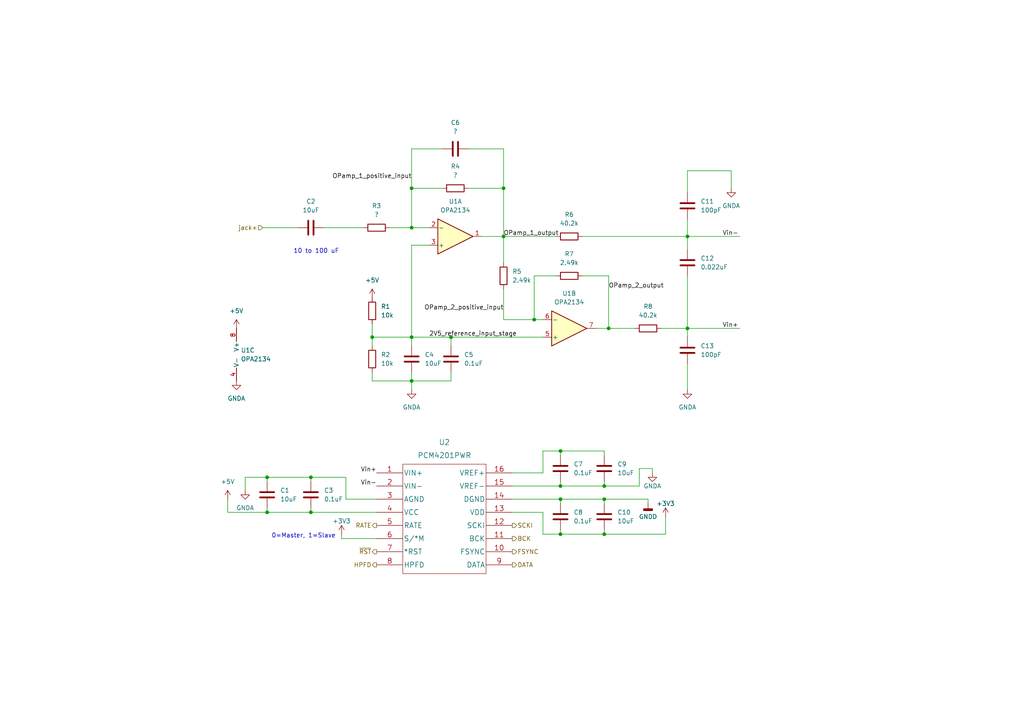
<source format=kicad_sch>
(kicad_sch (version 20211123) (generator eeschema)
  (paper "A4")
  (lib_symbols
    (symbol "ADC:PCM4201PWR" (pin_names (offset 0.254))
      (property "Reference" "U" (at 20.32 17.78 0))
      (property "Value" "PCM4201PWR" (at 20.32 15.24 0))
      (symbol "PCM4201PWR_1_1"
        (polyline (pts (xy 7.62 -20.32) (xy 31.75 -20.32)) (stroke (width 0.127)))
        (polyline (pts (xy 7.62 11.43) (xy 7.62 -20.32)) (stroke (width 0.127)))
        (polyline (pts (xy 31.75 -20.32) (xy 31.75 11.43)) (stroke (width 0.127)))
        (polyline (pts (xy 31.75 11.43) (xy 7.62 11.43)) (stroke (width 0.127)))
        (pin input line (at 0 8.89 0) (length 7.62) (name "VIN+") (number "1"))
        (pin bidirectional line (at 39.37 -13.97 180) (length 7.62) (name "FSYNC") (number "10"))
        (pin bidirectional line (at 39.37 -10.16 180) (length 7.62) (name "BCK") (number "11"))
        (pin input line (at 39.37 -6.35 180) (length 7.62) (name "SCKI") (number "12"))
        (pin power_in line (at 39.37 -2.54 180) (length 7.62) (name "VDD") (number "13"))
        (pin power_in line (at 39.37 1.27 180) (length 7.62) (name "DGND") (number "14"))
        (pin power_in line (at 39.37 5.08 180) (length 7.62) (name "VREF-") (number "15"))
        (pin power_in line (at 39.37 8.89 180) (length 7.62) (name "VREF+") (number "16"))
        (pin input line (at 0 5.08 0) (length 7.62) (name "VIN-") (number "2"))
        (pin power_in line (at 0 1.27 0) (length 7.62) (name "AGND") (number "3"))
        (pin power_in line (at 0 -2.54 0) (length 7.62) (name "VCC") (number "4"))
        (pin input line (at 0 -6.35 0) (length 7.62) (name "RATE") (number "5"))
        (pin input line (at 0 -10.16 0) (length 7.62) (name "S/*M") (number "6"))
        (pin input line (at 0 -13.97 0) (length 7.62) (name "*RST") (number "7"))
        (pin input line (at 0 -17.78 0) (length 7.62) (name "HPFD") (number "8"))
        (pin output line (at 39.37 -17.78 180) (length 7.62) (name "DATA") (number "9"))
      )
    )
    (symbol "Capacitors:C" (pin_numbers hide) (pin_names (offset 0.254))
      (property "Reference" "C" (at 0.635 2.54 0))
      (property "Value" "C" (at 0.635 -2.54 0))
      (symbol "C_0_1"
        (polyline (pts (xy -2.032 -0.762) (xy 2.032 -0.762)) (stroke (width 0.508)))
        (polyline (pts (xy -2.032 0.762) (xy 2.032 0.762)) (stroke (width 0.508)))
      )
      (symbol "C_1_1"
        (pin passive line (at 0 3.81 270) (length 2.794) (name "~") (number "1"))
        (pin passive line (at 0 -3.81 90) (length 2.794) (name "~") (number "2"))
      )
    )
    (symbol "OpAmp:OPA2134" (pin_names (offset 0.127))
      (property "Reference" "U" (at 0 5.08 0))
      (property "Value" "OPA2134" (at 0 -5.08 0))
      (symbol "OPA2134_1_1"
        (polyline (pts (xy -5.08 5.08) (xy 5.08 0) (xy -5.08 -5.08) (xy -5.08 5.08)) (stroke (width 0.254)) (fill (type background)))
        (pin output line (at 7.62 0 180) (length 2.54) (name "~") (number "1"))
        (pin input line (at -7.62 -2.54 0) (length 2.54) (name "-") (number "2"))
        (pin input line (at -7.62 2.54 0) (length 2.54) (name "+") (number "3"))
      )
      (symbol "OPA2134_2_1"
        (polyline (pts (xy -5.08 5.08) (xy 5.08 0) (xy -5.08 -5.08) (xy -5.08 5.08)) (stroke (width 0.254)) (fill (type background)))
        (pin input line (at -7.62 2.54 0) (length 2.54) (name "+") (number "5"))
        (pin input line (at -7.62 -2.54 0) (length 2.54) (name "-") (number "6"))
        (pin output line (at 7.62 0 180) (length 2.54) (name "~") (number "7"))
      )
      (symbol "OPA2134_3_1"
        (pin power_in line (at -2.54 -7.62 90) (length 3.81) (name "V-") (number "4"))
        (pin power_in line (at -2.54 7.62 270) (length 3.81) (name "V+") (number "8"))
      )
    )
    (symbol "Resistors:R" (pin_numbers hide) (pin_names (offset 0))
      (property "Reference" "R" (at 2.032 0 90))
      (property "Value" "R" (at 0 0 90))
      (symbol "R_0_1"
        (rectangle (start -1.016 -2.54) (end 1.016 2.54) (stroke (width 0.254)))
      )
      (symbol "R_1_1"
        (pin passive line (at 0 3.81 270) (length 1.27) (name "~") (number "1"))
        (pin passive line (at 0 -3.81 90) (length 1.27) (name "~") (number "2"))
      )
    )
    (symbol "Sources:+3.3V" (power) (pin_names (offset 0))
      (property "Value" "+3.3V" (at 0 3.556 0))
      (symbol "+3.3V_0_1"
        (polyline (pts (xy -0.762 1.27) (xy 0 2.54)))
        (polyline (pts (xy 0 0) (xy 0 2.54)))
        (polyline (pts (xy 0 2.54) (xy 0.762 1.27)))
      )
      (symbol "+3.3V_1_1"
        (pin power_in line (at 0 0 90) (length 0) hide (name "+3V3") (number "1"))
      )
    )
    (symbol "Sources:+5V" (power) (pin_names (offset 0))
      (property "Value" "+5V" (at 0 3.556 0))
      (symbol "+5V_0_1"
        (polyline (pts (xy -0.762 1.27) (xy 0 2.54)))
        (polyline (pts (xy 0 0) (xy 0 2.54)))
        (polyline (pts (xy 0 2.54) (xy 0.762 1.27)))
      )
      (symbol "+5V_1_1"
        (pin power_in line (at 0 0 90) (length 0) hide (name "+5V") (number "1"))
      )
    )
    (symbol "power:GNDA" (power) (pin_names (offset 0))
      (property "Value" "GNDA" (at 0 -3.81 0))
      (symbol "GNDA_0_1"
        (polyline (pts (xy 0 0) (xy 0 -1.27) (xy 1.27 -1.27) (xy 0 -2.54) (xy -1.27 -1.27) (xy 0 -1.27)))
      )
      (symbol "GNDA_1_1"
        (pin power_in line (at 0 0 270) (length 0) hide (name "GNDA") (number "1"))
      )
    )
    (symbol "power:GNDD" (power) (pin_names (offset 0))
      (property "Value" "GNDD" (at 0 -3.175 0))
      (symbol "GNDD_0_1"
        (rectangle (start -1.27 -1.524) (end 1.27 -2.032) (stroke (width 0.254)) (fill (type outline)))
        (polyline (pts (xy 0 0) (xy 0 -1.524)))
      )
      (symbol "GNDD_1_1"
        (pin power_in line (at 0 0 270) (length 0) hide (name "GNDD") (number "1"))
      )
    )
  )
  (junction (at 119.38 54.61))
  (junction (at 162.56 154.94))
  (junction (at 199.39 95.25))
  (junction (at 199.39 68.58))
  (junction (at 175.26 144.78))
  (junction (at 90.17 138.43))
  (junction (at 119.38 97.79))
  (junction (at 162.56 140.97))
  (junction (at 119.38 110.49))
  (junction (at 146.05 54.61))
  (junction (at 130.81 97.79))
  (junction (at 176.53 95.25))
  (junction (at 162.56 144.78))
  (junction (at 146.05 68.58))
  (junction (at 107.95 97.79))
  (junction (at 77.47 138.43))
  (junction (at 90.17 148.59))
  (junction (at 175.26 140.97))
  (junction (at 175.26 154.94))
  (junction (at 77.47 148.59))
  (junction (at 154.94 92.71))
  (junction (at 162.56 130.81))
  (junction (at 119.38 66.04))
  (wire (pts (xy 176.53 80.01) (xy 176.53 95.25)))
  (wire (pts (xy 162.56 130.81) (xy 162.56 132.08)))
  (wire (pts (xy 119.38 110.49) (xy 130.81 110.49)))
  (wire (pts (xy 119.38 66.04) (xy 124.46 66.04)))
  (wire (pts (xy 148.59 137.16) (xy 157.48 137.16)))
  (wire (pts (xy 135.89 43.18) (xy 146.05 43.18)))
  (wire (pts (xy 199.39 68.58) (xy 199.39 72.39)))
  (wire (pts (xy 162.56 140.97) (xy 175.26 140.97)))
  (wire (pts (xy 107.95 97.79) (xy 107.95 93.98)))
  (wire (pts (xy 148.59 148.59) (xy 157.48 148.59)))
  (wire (pts (xy 162.56 154.94) (xy 175.26 154.94)))
  (wire (pts (xy 146.05 68.58) (xy 146.05 76.2)))
  (wire (pts (xy 77.47 138.43) (xy 77.47 139.7)))
  (wire (pts (xy 175.26 154.94) (xy 193.04 154.94)))
  (wire (pts (xy 130.81 100.33) (xy 130.81 97.79)))
  (wire (pts (xy 162.56 130.81) (xy 175.26 130.81)))
  (wire (pts (xy 77.47 138.43) (xy 71.12 138.43)))
  (wire (pts (xy 107.95 107.95) (xy 107.95 110.49)))
  (wire (pts (xy 130.81 97.79) (xy 157.48 97.79)))
  (wire (pts (xy 77.47 147.32) (xy 77.47 148.59)))
  (wire (pts (xy 175.26 139.7) (xy 175.26 140.97)))
  (wire (pts (xy 157.48 130.81) (xy 157.48 137.16)))
  (wire (pts (xy 146.05 83.82) (xy 146.05 92.71)))
  (wire (pts (xy 119.38 97.79) (xy 119.38 100.33)))
  (wire (pts (xy 191.77 95.25) (xy 199.39 95.25)))
  (wire (pts (xy 161.29 80.01) (xy 154.94 80.01)))
  (wire (pts (xy 109.22 148.59) (xy 90.17 148.59)))
  (wire (pts (xy 157.48 130.81) (xy 162.56 130.81)))
  (wire (pts (xy 168.91 68.58) (xy 199.39 68.58)))
  (wire (pts (xy 90.17 138.43) (xy 90.17 139.7)))
  (wire (pts (xy 168.91 80.01) (xy 176.53 80.01)))
  (wire (pts (xy 199.39 95.25) (xy 214.63 95.25)))
  (wire (pts (xy 199.39 68.58) (xy 199.39 63.5)))
  (wire (pts (xy 119.38 110.49) (xy 119.38 113.03)))
  (wire (pts (xy 119.38 54.61) (xy 128.27 54.61)))
  (wire (pts (xy 189.23 135.89) (xy 189.23 137.16)))
  (wire (pts (xy 107.95 110.49) (xy 119.38 110.49)))
  (wire (pts (xy 119.38 54.61) (xy 119.38 43.18)))
  (wire (pts (xy 162.56 139.7) (xy 162.56 140.97)))
  (wire (pts (xy 90.17 148.59) (xy 77.47 148.59)))
  (wire (pts (xy 199.39 95.25) (xy 199.39 97.79)))
  (wire (pts (xy 109.22 144.78) (xy 100.33 144.78)))
  (wire (pts (xy 148.59 144.78) (xy 162.56 144.78)))
  (wire (pts (xy 193.04 149.86) (xy 193.04 154.94)))
  (wire (pts (xy 99.06 156.21) (xy 99.06 154.94)))
  (wire (pts (xy 185.42 135.89) (xy 189.23 135.89)))
  (wire (pts (xy 187.96 144.78) (xy 187.96 146.05)))
  (wire (pts (xy 139.7 68.58) (xy 146.05 68.58)))
  (wire (pts (xy 146.05 92.71) (xy 154.94 92.71)))
  (wire (pts (xy 77.47 138.43) (xy 90.17 138.43)))
  (wire (pts (xy 109.22 156.21) (xy 99.06 156.21)))
  (wire (pts (xy 199.39 105.41) (xy 199.39 113.03)))
  (wire (pts (xy 146.05 43.18) (xy 146.05 54.61)))
  (wire (pts (xy 175.26 144.78) (xy 175.26 146.05)))
  (wire (pts (xy 93.98 66.04) (xy 105.41 66.04)))
  (wire (pts (xy 76.2 66.04) (xy 86.36 66.04)))
  (wire (pts (xy 199.39 49.53) (xy 212.09 49.53)))
  (wire (pts (xy 66.04 144.78) (xy 66.04 148.59)))
  (wire (pts (xy 119.38 110.49) (xy 119.38 107.95)))
  (wire (pts (xy 119.38 71.12) (xy 119.38 97.79)))
  (wire (pts (xy 162.56 144.78) (xy 162.56 146.05)))
  (wire (pts (xy 90.17 147.32) (xy 90.17 148.59)))
  (wire (pts (xy 199.39 68.58) (xy 214.63 68.58)))
  (wire (pts (xy 71.12 138.43) (xy 71.12 142.24)))
  (wire (pts (xy 107.95 97.79) (xy 107.95 100.33)))
  (wire (pts (xy 199.39 55.88) (xy 199.39 49.53)))
  (wire (pts (xy 135.89 54.61) (xy 146.05 54.61)))
  (wire (pts (xy 66.04 148.59) (xy 77.47 148.59)))
  (wire (pts (xy 113.03 66.04) (xy 119.38 66.04)))
  (wire (pts (xy 175.26 144.78) (xy 187.96 144.78)))
  (wire (pts (xy 146.05 68.58) (xy 161.29 68.58)))
  (wire (pts (xy 146.05 54.61) (xy 146.05 68.58)))
  (wire (pts (xy 119.38 66.04) (xy 119.38 54.61)))
  (wire (pts (xy 175.26 130.81) (xy 175.26 132.08)))
  (wire (pts (xy 148.59 140.97) (xy 162.56 140.97)))
  (wire (pts (xy 162.56 144.78) (xy 175.26 144.78)))
  (wire (pts (xy 119.38 43.18) (xy 128.27 43.18)))
  (wire (pts (xy 175.26 140.97) (xy 185.42 140.97)))
  (wire (pts (xy 119.38 71.12) (xy 124.46 71.12)))
  (wire (pts (xy 130.81 107.95) (xy 130.81 110.49)))
  (wire (pts (xy 100.33 144.78) (xy 100.33 138.43)))
  (wire (pts (xy 172.72 95.25) (xy 176.53 95.25)))
  (wire (pts (xy 157.48 154.94) (xy 162.56 154.94)))
  (wire (pts (xy 90.17 138.43) (xy 100.33 138.43)))
  (wire (pts (xy 199.39 95.25) (xy 199.39 80.01)))
  (wire (pts (xy 175.26 153.67) (xy 175.26 154.94)))
  (wire (pts (xy 185.42 140.97) (xy 185.42 135.89)))
  (wire (pts (xy 212.09 49.53) (xy 212.09 54.61)))
  (wire (pts (xy 154.94 92.71) (xy 157.48 92.71)))
  (wire (pts (xy 157.48 148.59) (xy 157.48 154.94)))
  (wire (pts (xy 119.38 97.79) (xy 107.95 97.79)))
  (wire (pts (xy 119.38 97.79) (xy 130.81 97.79)))
  (wire (pts (xy 154.94 80.01) (xy 154.94 92.71)))
  (wire (pts (xy 176.53 95.25) (xy 184.15 95.25)))
  (wire (pts (xy 162.56 153.67) (xy 162.56 154.94)))
  (text "0=Master, 1=Slave" (at 78.74 156.21 0) (effects (font (size 1.27 1.27)) (justify left bottom)))
  (text "10 to 100 uF" (at 85.09 73.66 0) (effects (font (size 1.27 1.27)) (justify left bottom)))
  (label "2V5_reference_input_stage" (at 124.46 97.79 0))
  (label "OPamp_1_positive_input" (at 119.38 52.07 180))
  (label "Vin-" (at 209.55 68.58 0))
  (label "Vin+" (at 209.55 95.25 0))
  (label "OPamp_2_positive_input" (at 146.05 90.17 180))
  (label "Vin+" (at 109.22 137.16 180))
  (label "OPamp_1_output" (at 146.05 68.58 0))
  (label "OPamp_2_output" (at 176.53 83.82 0))
  (label "Vin-" (at 109.22 140.97 180))
  (hierarchical_label "FSYNC" (shape output) (at 148.59 160.02 0))
  (hierarchical_label "~{RST}" (shape output) (at 109.22 160.02 180))
  (hierarchical_label "DATA" (shape output) (at 148.59 163.83 0))
  (hierarchical_label "SCKI" (shape output) (at 148.59 152.4 0))
  (hierarchical_label "BCK" (shape output) (at 148.59 156.21 0))
  (hierarchical_label "RATE" (shape output) (at 109.22 152.4 180))
  (hierarchical_label "jack+" (shape input) (at 76.2 66.04 180))
  (hierarchical_label "HPFD" (shape output) (at 109.22 163.83 180))
  (symbol (lib_id "power:GNDD") (at 187.96 146.05 0) (unit 1)
    (property "Reference" "#PWR0101" (effects hide))
    (property "Value" "GNDD" (at 187.96 149.86 0))
  )
  (symbol (lib_id "Resistors:R") (at 107.95 90.17 180) (unit 1)
    (property "Reference" "R1" (at 110.49 88.8999 0) (effects (justify right)))
    (property "Value" "10k" (at 110.49 91.4399 0) (effects (justify right)))
    (property "Footprint" "Resistor_SMD:R_0805_2012Metric" (effects hide))
  )
  (symbol (lib_id "Capacitors:C") (at 132.08 43.18 90) (unit 1)
    (property "Reference" "C6" (at 132.08 35.56 90))
    (property "Value" "?" (at 132.08 38.1 90))
    (property "Footprint" "Capacitor_SMD:C_0805_2012Metric" (effects hide))
  )
  (symbol (lib_id "Capacitors:C") (at 162.56 149.86 0) (unit 1)
    (property "Reference" "C8" (at 166.37 148.5899 0) (effects (justify left)))
    (property "Value" "0.1uF" (at 166.37 151.1299 0) (effects (justify left)))
    (property "Footprint" "Capacitor_SMD:C_0805_2012Metric" (effects hide))
  )
  (symbol (lib_id "Sources:+5V") (at 66.04 144.78 0) (unit 1)
    (property "Reference" "#PWR0111" (effects hide))
    (property "Value" "+5V" (at 66.04 139.7 0))
  )
  (symbol (lib_id "power:GNDA") (at 199.39 113.03 0) (unit 1)
    (property "Reference" "#PWR0105" (effects hide))
    (property "Value" "GNDA" (at 199.39 118.11 0))
  )
  (symbol (lib_id "OpAmp:OPA2134") (at 165.1 95.25 0) (mirror x) (unit 2)
    (property "Reference" "U1" (at 165.1 85.09 0))
    (property "Value" "OPA2134" (at 165.1 87.63 0))
    (property "Footprint" "OPA2134:OPA2134UAE4" (effects hide))
    (property "Datasheet" "http://www.ti.com/lit/ds/symlink/opa134.pdf" (effects hide))
  )
  (symbol (lib_id "Resistors:R") (at 132.08 54.61 90) (unit 1)
    (property "Reference" "R4" (at 132.08 48.26 90))
    (property "Value" "?" (at 132.08 50.8 90))
    (property "Footprint" "Resistor_SMD:R_0805_2012Metric" (effects hide))
  )
  (symbol (lib_id "Resistors:R") (at 109.22 66.04 90) (unit 1)
    (property "Reference" "R3" (at 109.22 59.69 90))
    (property "Value" "?" (at 109.22 62.23 90))
    (property "Footprint" "Resistor_SMD:R_0805_2012Metric" (effects hide))
  )
  (symbol (lib_id "power:GNDA") (at 189.23 137.16 0) (unit 1)
    (property "Reference" "#PWR0102" (effects hide))
    (property "Value" "GNDA" (at 189.23 140.97 0))
  )
  (symbol (lib_id "Resistors:R") (at 165.1 80.01 90) (unit 1)
    (property "Reference" "R7" (at 165.1 73.66 90))
    (property "Value" "2.49k" (at 165.1 76.2 90))
    (property "Footprint" "Resistor_SMD:R_0805_2012Metric" (effects hide))
  )
  (symbol (lib_id "power:GNDA") (at 68.58 110.49 0) (unit 1)
    (property "Reference" "#PWR0110" (effects hide))
    (property "Value" "GNDA" (at 68.58 115.57 0))
  )
  (symbol (lib_id "Resistors:R") (at 107.95 104.14 180) (unit 1)
    (property "Reference" "R2" (at 110.49 102.8699 0) (effects (justify right)))
    (property "Value" "10k" (at 110.49 105.4099 0) (effects (justify right)))
    (property "Footprint" "Resistor_SMD:R_0805_2012Metric" (effects hide))
  )
  (symbol (lib_id "Sources:+3.3V") (at 193.04 149.86 0) (unit 1)
    (property "Reference" "#PWR0103" (effects hide))
    (property "Value" "+3.3V" (at 193.04 146.05 0))
  )
  (symbol (lib_id "Resistors:R") (at 187.96 95.25 90) (unit 1)
    (property "Reference" "R8" (at 187.96 88.9 90))
    (property "Value" "40.2k" (at 187.96 91.44 90))
    (property "Footprint" "Resistor_SMD:R_0805_2012Metric" (effects hide))
  )
  (symbol (lib_id "Capacitors:C") (at 175.26 149.86 0) (unit 1)
    (property "Reference" "C10" (at 179.07 148.5899 0) (effects (justify left)))
    (property "Value" "10uF" (at 179.07 151.1299 0) (effects (justify left)))
    (property "Footprint" "Capacitor_SMD:C_0805_2012Metric" (effects hide))
  )
  (symbol (lib_id "Resistors:R") (at 146.05 80.01 180) (unit 1)
    (property "Reference" "R5" (at 148.59 78.7399 0) (effects (justify right)))
    (property "Value" "2.49k" (at 148.59 81.2799 0) (effects (justify right)))
    (property "Footprint" "Resistor_SMD:R_0805_2012Metric" (effects hide))
  )
  (symbol (lib_id "Capacitors:C") (at 199.39 76.2 180) (unit 1)
    (property "Reference" "C12" (at 203.2 74.9299 0) (effects (justify right)))
    (property "Value" "0.022uF" (at 203.2 77.4699 0) (effects (justify right)))
    (property "Footprint" "Capacitor_SMD:C_0805_2012Metric" (effects hide))
  )
  (symbol (lib_id "Capacitors:C") (at 77.47 143.51 0) (unit 1)
    (property "Reference" "C1" (at 81.28 142.2399 0) (effects (justify left)))
    (property "Value" "10uF" (at 81.28 144.7799 0) (effects (justify left)))
    (property "Footprint" "Capacitor_SMD:C_0805_2012Metric" (effects hide))
  )
  (symbol (lib_id "OpAmp:OPA2134") (at 132.08 68.58 0) (mirror x) (unit 1)
    (property "Reference" "U1" (at 132.08 58.42 0))
    (property "Value" "OPA2134" (at 132.08 60.96 0))
    (property "Footprint" "OPA2134:OPA2134UAE4" (effects hide))
    (property "Datasheet" "http://www.ti.com/lit/ds/symlink/opa134.pdf" (effects hide))
  )
  (symbol (lib_id "power:GNDA") (at 212.09 54.61 0) (unit 1)
    (property "Reference" "#PWR0104" (effects hide))
    (property "Value" "GNDA" (at 212.09 59.69 0))
  )
  (symbol (lib_id "Capacitors:C") (at 199.39 101.6 180) (unit 1)
    (property "Reference" "C13" (at 203.2 100.3299 0) (effects (justify right)))
    (property "Value" "100pF" (at 203.2 102.8699 0) (effects (justify right)))
    (property "Footprint" "Capacitor_SMD:C_0805_2012Metric" (effects hide))
  )
  (symbol (lib_id "Capacitors:C") (at 90.17 143.51 0) (unit 1)
    (property "Reference" "C3" (at 93.98 142.2399 0) (effects (justify left)))
    (property "Value" "0.1uF" (at 93.98 144.7799 0) (effects (justify left)))
    (property "Footprint" "Capacitor_SMD:C_0805_2012Metric" (effects hide))
  )
  (symbol (lib_id "Capacitors:C") (at 90.17 66.04 90) (unit 1)
    (property "Reference" "C2" (at 90.17 58.42 90))
    (property "Value" "10uF" (at 90.17 60.96 90))
    (property "Footprint" "Capacitor_SMD:C_0805_2012Metric" (effects hide))
  )
  (symbol (lib_id "OpAmp:OPA2134") (at 71.12 102.87 0) (unit 3)
    (property "Reference" "U1" (at 69.85 101.5999 0) (effects (justify left)))
    (property "Value" "OPA2134" (at 69.85 104.1399 0) (effects (justify left)))
    (property "Footprint" "OPA2134:OPA2134UAE4" (effects hide))
    (property "Datasheet" "http://www.ti.com/lit/ds/symlink/opa134.pdf" (effects hide))
  )
  (symbol (lib_id "Sources:+5V") (at 68.58 95.25 0) (unit 1)
    (property "Reference" "#PWR0109" (effects hide))
    (property "Value" "+5V" (at 68.58 90.17 0))
  )
  (symbol (lib_id "Sources:+3.3V") (at 99.06 154.94 0) (unit 1)
    (property "Reference" "#PWR0113" (effects hide))
    (property "Value" "+3.3V" (at 99.06 151.13 0))
  )
  (symbol (lib_id "power:GNDA") (at 119.38 113.03 0) (unit 1)
    (property "Reference" "#PWR0107" (effects hide))
    (property "Value" "GNDA" (at 119.38 118.11 0))
  )
  (symbol (lib_id "Capacitors:C") (at 199.39 59.69 180) (unit 1)
    (property "Reference" "C11" (at 203.2 58.4199 0) (effects (justify right)))
    (property "Value" "100pF" (at 203.2 60.9599 0) (effects (justify right)))
    (property "Footprint" "Capacitor_SMD:C_0805_2012Metric" (effects hide))
  )
  (symbol (lib_id "Capacitors:C") (at 175.26 135.89 0) (unit 1)
    (property "Reference" "C9" (at 179.07 134.62 0) (effects (justify left)))
    (property "Value" "10uF" (at 179.07 137.16 0) (effects (justify left)))
    (property "Footprint" "Capacitor_SMD:C_0805_2012Metric" (effects hide))
  )
  (symbol (lib_id "Capacitors:C") (at 130.81 104.14 180) (unit 1)
    (property "Reference" "C5" (at 134.62 102.8699 0) (effects (justify right)))
    (property "Value" "0.1uF" (at 134.62 105.4099 0) (effects (justify right)))
    (property "Footprint" "Capacitor_SMD:C_0805_2012Metric" (effects hide))
  )
  (symbol (lib_id "Capacitors:C") (at 162.56 135.89 0) (unit 1)
    (property "Reference" "C7" (at 166.37 134.6199 0) (effects (justify left)))
    (property "Value" "0.1uF" (at 166.37 137.1599 0) (effects (justify left)))
    (property "Footprint" "Capacitor_SMD:C_0805_2012Metric" (effects hide))
  )
  (symbol (lib_id "Capacitors:C") (at 119.38 104.14 180) (unit 1)
    (property "Reference" "C4" (at 123.19 102.8699 0) (effects (justify right)))
    (property "Value" "10uF" (at 123.19 105.4099 0) (effects (justify right)))
    (property "Footprint" "Capacitor_SMD:C_0805_2012Metric" (effects hide))
  )
  (symbol (lib_id "ADC:PCM4201PWR") (at 109.22 146.05 0) (unit 1)
    (property "Reference" "U2" (at 128.905 128.27 0) (effects (font (size 1.524 1.524))))
    (property "Value" "PCM4201PWR" (at 128.905 132.08 0) (effects (font (size 1.524 1.524))))
    (property "Footprint" "PCM4201:PCM4201PWR" (effects hide))
  )
  (symbol (lib_id "Sources:+5V") (at 107.95 86.36 0) (unit 1)
    (property "Reference" "#PWR0106" (effects hide))
    (property "Value" "+5V" (at 107.95 81.28 0))
  )
  (symbol (lib_id "power:GNDA") (at 71.12 142.24 0) (unit 1)
    (property "Reference" "#PWR0112" (effects hide))
    (property "Value" "GNDA" (at 71.12 147.32 0))
  )
  (symbol (lib_id "Resistors:R") (at 165.1 68.58 90) (unit 1)
    (property "Reference" "R6" (at 165.1 62.23 90))
    (property "Value" "40.2k" (at 165.1 64.77 90))
    (property "Footprint" "Resistor_SMD:R_0805_2012Metric" (effects hide))
  )
)
</source>
